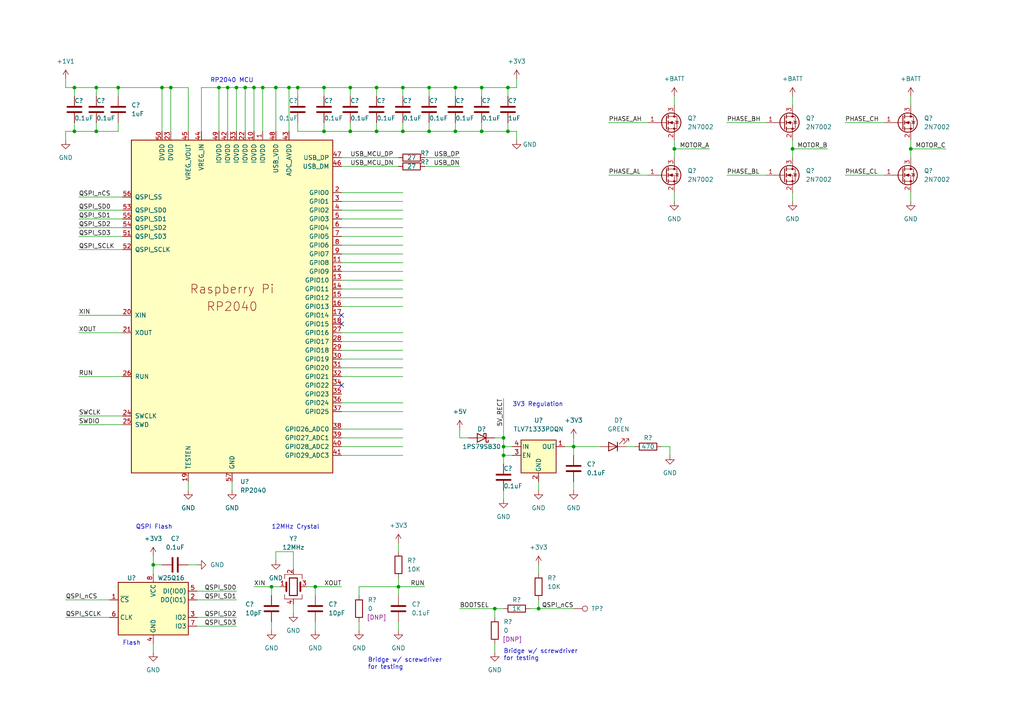
<source format=kicad_sch>
(kicad_sch (version 20211123) (generator eeschema)
  (paper "A4")
  (lib_symbols
    (symbol "Connector:TestPoint" (pin_numbers hide) (pin_names (offset 0.762) hide)
      (property "Reference" "TP" (at 0 6.858 0))
      (property "Value" "TestPoint" (at 0 5.08 0))
      (symbol "TestPoint_0_1"
        (circle (center 0 3.302) (radius 0.762))
      )
      (symbol "TestPoint_1_1"
        (pin passive line (at 0 0 90) (length 2.54) (name "1") (number "1"))
      )
    )
    (symbol "Device:C" (pin_numbers hide) (pin_names (offset 0.254))
      (property "Reference" "C" (at 0.635 2.54 0))
      (property "Value" "C" (at 0.635 -2.54 0))
      (symbol "C_0_1"
        (polyline (pts (xy -2.032 -0.762) (xy 2.032 -0.762)) (stroke (width 0.508)))
        (polyline (pts (xy -2.032 0.762) (xy 2.032 0.762)) (stroke (width 0.508)))
      )
      (symbol "C_1_1"
        (pin passive line (at 0 3.81 270) (length 2.794) (name "~") (number "1"))
        (pin passive line (at 0 -3.81 90) (length 2.794) (name "~") (number "2"))
      )
    )
    (symbol "Device:Crystal_GND24" (pin_names (offset 1.016) hide)
      (property "Reference" "Y" (at 3.175 5.08 0))
      (property "Value" "Crystal_GND24" (at 3.175 3.175 0))
      (symbol "Crystal_GND24_0_1"
        (rectangle (start -1.143 2.54) (end 1.143 -2.54) (stroke (width 0.3048)))
        (polyline (pts (xy -2.54 0) (xy -2.032 0)))
        (polyline (pts (xy -2.032 -1.27) (xy -2.032 1.27)) (stroke (width 0.508)))
        (polyline (pts (xy 0 -3.81) (xy 0 -3.556)))
        (polyline (pts (xy 0 3.556) (xy 0 3.81)))
        (polyline (pts (xy 2.032 -1.27) (xy 2.032 1.27)) (stroke (width 0.508)))
        (polyline (pts (xy 2.032 0) (xy 2.54 0)))
        (polyline (pts (xy -2.54 -2.286) (xy -2.54 -3.556) (xy 2.54 -3.556) (xy 2.54 -2.286)))
        (polyline (pts (xy -2.54 2.286) (xy -2.54 3.556) (xy 2.54 3.556) (xy 2.54 2.286)))
      )
      (symbol "Crystal_GND24_1_1"
        (pin passive line (at -3.81 0 0) (length 1.27) (name "1") (number "1"))
        (pin passive line (at 0 5.08 270) (length 1.27) (name "2") (number "2"))
        (pin passive line (at 3.81 0 180) (length 1.27) (name "3") (number "3"))
        (pin passive line (at 0 -5.08 90) (length 1.27) (name "4") (number "4"))
      )
    )
    (symbol "Device:D_Schottky" (pin_numbers hide) (pin_names (offset 1.016) hide)
      (property "Reference" "D" (at 0 2.54 0))
      (property "Value" "D_Schottky" (at 0 -2.54 0))
      (symbol "D_Schottky_0_1"
        (polyline (pts (xy 1.27 0) (xy -1.27 0)))
        (polyline (pts (xy 1.27 1.27) (xy 1.27 -1.27) (xy -1.27 0) (xy 1.27 1.27)) (stroke (width 0.254)))
        (polyline (pts (xy -1.905 0.635) (xy -1.905 1.27) (xy -1.27 1.27) (xy -1.27 -1.27) (xy -0.635 -1.27) (xy -0.635 -0.635)) (stroke (width 0.254)))
      )
      (symbol "D_Schottky_1_1"
        (pin passive line (at -3.81 0 0) (length 2.54) (name "K") (number "1"))
        (pin passive line (at 3.81 0 180) (length 2.54) (name "A") (number "2"))
      )
    )
    (symbol "Device:LED" (pin_numbers hide) (pin_names (offset 1.016) hide)
      (property "Reference" "D" (at 0 2.54 0))
      (property "Value" "LED" (at 0 -2.54 0))
      (symbol "LED_0_1"
        (polyline (pts (xy -1.27 -1.27) (xy -1.27 1.27)) (stroke (width 0.254)))
        (polyline (pts (xy -1.27 0) (xy 1.27 0)))
        (polyline (pts (xy 1.27 -1.27) (xy 1.27 1.27) (xy -1.27 0) (xy 1.27 -1.27)) (stroke (width 0.254)))
        (polyline (pts (xy -3.048 -0.762) (xy -4.572 -2.286) (xy -3.81 -2.286) (xy -4.572 -2.286) (xy -4.572 -1.524)))
        (polyline (pts (xy -1.778 -0.762) (xy -3.302 -2.286) (xy -2.54 -2.286) (xy -3.302 -2.286) (xy -3.302 -1.524)))
      )
      (symbol "LED_1_1"
        (pin passive line (at -3.81 0 0) (length 2.54) (name "K") (number "1"))
        (pin passive line (at 3.81 0 180) (length 2.54) (name "A") (number "2"))
      )
    )
    (symbol "Device:R" (pin_numbers hide) (pin_names (offset 0))
      (property "Reference" "R" (at 2.032 0 90))
      (property "Value" "R" (at 0 0 90))
      (symbol "R_0_1"
        (rectangle (start -1.016 -2.54) (end 1.016 2.54) (stroke (width 0.254)))
      )
      (symbol "R_1_1"
        (pin passive line (at 0 3.81 270) (length 1.27) (name "~") (number "1"))
        (pin passive line (at 0 -3.81 90) (length 1.27) (name "~") (number "2"))
      )
    )
    (symbol "MCU_RaspberryPi_RP2040:RP2040" (pin_names (offset 1.016))
      (property "Reference" "U" (at -29.21 49.53 0))
      (property "Value" "RP2040" (at 24.13 -49.53 0))
      (symbol "RP2040_0_0"
        (text "Raspberry Pi" (at 0 5.08 0) (effects (font (size 2.54 2.54))))
        (text "RP2040" (at 0 0 0) (effects (font (size 2.54 2.54))))
      )
      (symbol "RP2040_0_1"
        (rectangle (start 29.21 48.26) (end -29.21 -48.26) (stroke (width 0.254)) (fill (type background)))
      )
      (symbol "RP2040_1_1"
        (pin power_in line (at 8.89 50.8 270) (length 2.54) (name "IOVDD") (number "1"))
        (pin power_in line (at 6.35 50.8 270) (length 2.54) (name "IOVDD") (number "10"))
        (pin bidirectional line (at 31.75 12.7 180) (length 2.54) (name "GPIO8") (number "11"))
        (pin bidirectional line (at 31.75 10.16 180) (length 2.54) (name "GPIO9") (number "12"))
        (pin bidirectional line (at 31.75 7.62 180) (length 2.54) (name "GPIO10") (number "13"))
        (pin bidirectional line (at 31.75 5.08 180) (length 2.54) (name "GPIO11") (number "14"))
        (pin bidirectional line (at 31.75 2.54 180) (length 2.54) (name "GPIO12") (number "15"))
        (pin bidirectional line (at 31.75 0 180) (length 2.54) (name "GPIO13") (number "16"))
        (pin bidirectional line (at 31.75 -2.54 180) (length 2.54) (name "GPIO14") (number "17"))
        (pin bidirectional line (at 31.75 -5.08 180) (length 2.54) (name "GPIO15") (number "18"))
        (pin passive line (at -12.7 -50.8 90) (length 2.54) (name "TESTEN") (number "19"))
        (pin bidirectional line (at 31.75 33.02 180) (length 2.54) (name "GPIO0") (number "2"))
        (pin input line (at -31.75 -2.54 0) (length 2.54) (name "XIN") (number "20"))
        (pin passive line (at -31.75 -7.62 0) (length 2.54) (name "XOUT") (number "21"))
        (pin power_in line (at 3.81 50.8 270) (length 2.54) (name "IOVDD") (number "22"))
        (pin power_in line (at -17.78 50.8 270) (length 2.54) (name "DVDD") (number "23"))
        (pin output line (at -31.75 -31.75 0) (length 2.54) (name "SWCLK") (number "24"))
        (pin bidirectional line (at -31.75 -34.29 0) (length 2.54) (name "SWD") (number "25"))
        (pin input line (at -31.75 -20.32 0) (length 2.54) (name "RUN") (number "26"))
        (pin bidirectional line (at 31.75 -7.62 180) (length 2.54) (name "GPIO16") (number "27"))
        (pin bidirectional line (at 31.75 -10.16 180) (length 2.54) (name "GPIO17") (number "28"))
        (pin bidirectional line (at 31.75 -12.7 180) (length 2.54) (name "GPIO18") (number "29"))
        (pin bidirectional line (at 31.75 30.48 180) (length 2.54) (name "GPIO1") (number "3"))
        (pin bidirectional line (at 31.75 -15.24 180) (length 2.54) (name "GPIO19") (number "30"))
        (pin bidirectional line (at 31.75 -17.78 180) (length 2.54) (name "GPIO20") (number "31"))
        (pin bidirectional line (at 31.75 -20.32 180) (length 2.54) (name "GPIO21") (number "32"))
        (pin power_in line (at 1.27 50.8 270) (length 2.54) (name "IOVDD") (number "33"))
        (pin bidirectional line (at 31.75 -22.86 180) (length 2.54) (name "GPIO22") (number "34"))
        (pin bidirectional line (at 31.75 -25.4 180) (length 2.54) (name "GPIO23") (number "35"))
        (pin bidirectional line (at 31.75 -27.94 180) (length 2.54) (name "GPIO24") (number "36"))
        (pin bidirectional line (at 31.75 -30.48 180) (length 2.54) (name "GPIO25") (number "37"))
        (pin bidirectional line (at 31.75 -35.56 180) (length 2.54) (name "GPIO26_ADC0") (number "38"))
        (pin bidirectional line (at 31.75 -38.1 180) (length 2.54) (name "GPIO27_ADC1") (number "39"))
        (pin bidirectional line (at 31.75 27.94 180) (length 2.54) (name "GPIO2") (number "4"))
        (pin bidirectional line (at 31.75 -40.64 180) (length 2.54) (name "GPIO28_ADC2") (number "40"))
        (pin bidirectional line (at 31.75 -43.18 180) (length 2.54) (name "GPIO29_ADC3") (number "41"))
        (pin power_in line (at -1.27 50.8 270) (length 2.54) (name "IOVDD") (number "42"))
        (pin power_in line (at 16.51 50.8 270) (length 2.54) (name "ADC_AVDD") (number "43"))
        (pin power_in line (at -8.89 50.8 270) (length 2.54) (name "VREG_IN") (number "44"))
        (pin power_out line (at -12.7 50.8 270) (length 2.54) (name "VREG_VOUT") (number "45"))
        (pin bidirectional line (at 31.75 40.64 180) (length 2.54) (name "USB_DM") (number "46"))
        (pin bidirectional line (at 31.75 43.18 180) (length 2.54) (name "USB_DP") (number "47"))
        (pin power_in line (at 12.7 50.8 270) (length 2.54) (name "USB_VDD") (number "48"))
        (pin power_in line (at -3.81 50.8 270) (length 2.54) (name "IOVDD") (number "49"))
        (pin bidirectional line (at 31.75 25.4 180) (length 2.54) (name "GPIO3") (number "5"))
        (pin power_in line (at -20.32 50.8 270) (length 2.54) (name "DVDD") (number "50"))
        (pin bidirectional line (at -31.75 20.32 0) (length 2.54) (name "QSPI_SD3") (number "51"))
        (pin output line (at -31.75 16.51 0) (length 2.54) (name "QSPI_SCLK") (number "52"))
        (pin bidirectional line (at -31.75 27.94 0) (length 2.54) (name "QSPI_SD0") (number "53"))
        (pin bidirectional line (at -31.75 22.86 0) (length 2.54) (name "QSPI_SD2") (number "54"))
        (pin bidirectional line (at -31.75 25.4 0) (length 2.54) (name "QSPI_SD1") (number "55"))
        (pin bidirectional line (at -31.75 31.75 0) (length 2.54) (name "QSPI_SS") (number "56"))
        (pin power_in line (at 0 -50.8 90) (length 2.54) (name "GND") (number "57"))
        (pin bidirectional line (at 31.75 22.86 180) (length 2.54) (name "GPIO4") (number "6"))
        (pin bidirectional line (at 31.75 20.32 180) (length 2.54) (name "GPIO5") (number "7"))
        (pin bidirectional line (at 31.75 17.78 180) (length 2.54) (name "GPIO6") (number "8"))
        (pin bidirectional line (at 31.75 15.24 180) (length 2.54) (name "GPIO7") (number "9"))
      )
    )
    (symbol "Memory_Flash:W25Q32JVSS"
      (property "Reference" "U" (at -8.89 8.89 0))
      (property "Value" "W25Q32JVSS" (at 7.62 8.89 0))
      (symbol "W25Q32JVSS_0_1"
        (rectangle (start -10.16 7.62) (end 10.16 -7.62) (stroke (width 0.254)) (fill (type background)))
      )
      (symbol "W25Q32JVSS_1_1"
        (pin input line (at -12.7 2.54 0) (length 2.54) (name "~{CS}") (number "1"))
        (pin bidirectional line (at 12.7 2.54 180) (length 2.54) (name "DO(IO1)") (number "2"))
        (pin bidirectional line (at 12.7 -2.54 180) (length 2.54) (name "IO2") (number "3"))
        (pin power_in line (at 0 -10.16 90) (length 2.54) (name "GND") (number "4"))
        (pin bidirectional line (at 12.7 5.08 180) (length 2.54) (name "DI(IO0)") (number "5"))
        (pin input line (at -12.7 -2.54 0) (length 2.54) (name "CLK") (number "6"))
        (pin bidirectional line (at 12.7 -5.08 180) (length 2.54) (name "IO3") (number "7"))
        (pin power_in line (at 0 10.16 270) (length 2.54) (name "VCC") (number "8"))
      )
    )
    (symbol "TLV71333PDQ:TLV71333PDQN" (pin_names (offset 0.254))
      (property "Reference" "U" (at -3.81 5.715 0))
      (property "Value" "TLV71333PDQN" (at 0 5.715 0))
      (symbol "TLV71333PDQN_0_1"
        (rectangle (start -5.08 4.445) (end 5.08 -5.08) (stroke (width 0.254)) (fill (type background)))
      )
      (symbol "TLV71333PDQN_1_1"
        (pin power_out line (at 7.62 2.54 180) (length 2.54) (name "OUT") (number "1"))
        (pin power_in line (at 0 -7.62 90) (length 2.54) (name "GND") (number "2"))
        (pin input line (at -7.62 0 0) (length 2.54) (name "EN") (number "3"))
        (pin power_in line (at -7.62 2.54 0) (length 2.54) (name "IN") (number "4"))
        (pin power_in line (at 0 -7.62 90) (length 2.54) hide (name "GND") (number "5"))
      )
    )
    (symbol "Transistor_FET:2N7002" (pin_names hide)
      (property "Reference" "Q" (at 5.08 1.905 0))
      (property "Value" "2N7002" (at 5.08 0 0))
      (symbol "2N7002_0_1"
        (polyline (pts (xy 0.254 0) (xy -2.54 0)))
        (polyline (pts (xy 0.254 1.905) (xy 0.254 -1.905)) (stroke (width 0.254)))
        (polyline (pts (xy 0.762 -1.27) (xy 0.762 -2.286)) (stroke (width 0.254)))
        (polyline (pts (xy 0.762 0.508) (xy 0.762 -0.508)) (stroke (width 0.254)))
        (polyline (pts (xy 0.762 2.286) (xy 0.762 1.27)) (stroke (width 0.254)))
        (polyline (pts (xy 2.54 2.54) (xy 2.54 1.778)))
        (polyline (pts (xy 2.54 -2.54) (xy 2.54 0) (xy 0.762 0)))
        (polyline (pts (xy 0.762 -1.778) (xy 3.302 -1.778) (xy 3.302 1.778) (xy 0.762 1.778)))
        (polyline (pts (xy 1.016 0) (xy 2.032 0.381) (xy 2.032 -0.381) (xy 1.016 0)) (fill (type outline)))
        (polyline (pts (xy 2.794 0.508) (xy 2.921 0.381) (xy 3.683 0.381) (xy 3.81 0.254)))
        (polyline (pts (xy 3.302 0.381) (xy 2.921 -0.254) (xy 3.683 -0.254) (xy 3.302 0.381)))
        (circle (center 1.651 0) (radius 2.794) (stroke (width 0.254)))
        (circle (center 2.54 -1.778) (radius 0.254) (fill (type outline)))
        (circle (center 2.54 1.778) (radius 0.254) (fill (type outline)))
      )
      (symbol "2N7002_1_1"
        (pin input line (at -5.08 0 0) (length 2.54) (name "G") (number "1"))
        (pin passive line (at 2.54 -5.08 90) (length 2.54) (name "S") (number "2"))
        (pin passive line (at 2.54 5.08 270) (length 2.54) (name "D") (number "3"))
      )
    )
    (symbol "power:+1V1" (power) (pin_names (offset 0))
      (property "Value" "+1V1" (at 0 3.556 0))
      (symbol "+1V1_0_1"
        (polyline (pts (xy -0.762 1.27) (xy 0 2.54)))
        (polyline (pts (xy 0 0) (xy 0 2.54)))
        (polyline (pts (xy 0 2.54) (xy 0.762 1.27)))
      )
      (symbol "+1V1_1_1"
        (pin power_in line (at 0 0 90) (length 0) hide (name "+1V1") (number "1"))
      )
    )
    (symbol "power:+3V3" (power) (pin_names (offset 0))
      (property "Value" "+3V3" (at 0 3.556 0))
      (symbol "+3V3_0_1"
        (polyline (pts (xy -0.762 1.27) (xy 0 2.54)))
        (polyline (pts (xy 0 0) (xy 0 2.54)))
        (polyline (pts (xy 0 2.54) (xy 0.762 1.27)))
      )
      (symbol "+3V3_1_1"
        (pin power_in line (at 0 0 90) (length 0) hide (name "+3V3") (number "1"))
      )
    )
    (symbol "power:+5V" (power) (pin_names (offset 0))
      (property "Value" "+5V" (at 0 3.556 0))
      (symbol "+5V_0_1"
        (polyline (pts (xy -0.762 1.27) (xy 0 2.54)))
        (polyline (pts (xy 0 0) (xy 0 2.54)))
        (polyline (pts (xy 0 2.54) (xy 0.762 1.27)))
      )
      (symbol "+5V_1_1"
        (pin power_in line (at 0 0 90) (length 0) hide (name "+5V") (number "1"))
      )
    )
    (symbol "power:+BATT" (power) (pin_names (offset 0))
      (property "Value" "+BATT" (at 0 3.556 0))
      (symbol "+BATT_0_1"
        (polyline (pts (xy -0.762 1.27) (xy 0 2.54)))
        (polyline (pts (xy 0 0) (xy 0 2.54)))
        (polyline (pts (xy 0 2.54) (xy 0.762 1.27)))
      )
      (symbol "+BATT_1_1"
        (pin power_in line (at 0 0 90) (length 0) hide (name "+BATT") (number "1"))
      )
    )
    (symbol "power:GND" (power) (pin_names (offset 0))
      (property "Value" "GND" (at 0 -3.81 0))
      (symbol "GND_0_1"
        (polyline (pts (xy 0 0) (xy 0 -1.27) (xy 1.27 -1.27) (xy 0 -2.54) (xy -1.27 -1.27) (xy 0 -1.27)))
      )
      (symbol "GND_1_1"
        (pin power_in line (at 0 0 270) (length 0) hide (name "GND") (number "1"))
      )
    )
  )
  (junction (at 21.59 38.1))
  (junction (at 109.22 25.4) (diameter 0.9144))
  (junction (at 116.84 38.1))
  (junction (at 166.37 129.54))
  (junction (at 143.51 176.53))
  (junction (at 49.53 25.4) (diameter 0.9144))
  (junction (at 68.58 25.4) (diameter 0.9144))
  (junction (at 93.98 25.4) (diameter 0.9144))
  (junction (at 195.58 43.18))
  (junction (at 264.16 43.18))
  (junction (at 27.94 38.1))
  (junction (at 44.45 163.83) (diameter 0.9144))
  (junction (at 124.46 25.4))
  (junction (at 101.6 25.4) (diameter 0.9144))
  (junction (at 146.05 129.54))
  (junction (at 27.94 25.4))
  (junction (at 132.08 38.1))
  (junction (at 147.32 38.1))
  (junction (at 80.01 25.4) (diameter 0.9144))
  (junction (at 86.36 25.4) (diameter 0.9144))
  (junction (at 76.2 25.4) (diameter 0.9144))
  (junction (at 146.05 132.08))
  (junction (at 73.66 25.4) (diameter 0.9144))
  (junction (at 91.44 170.18) (diameter 0.9144))
  (junction (at 66.04 25.4) (diameter 0.9144))
  (junction (at 146.05 127))
  (junction (at 116.84 25.4))
  (junction (at 71.12 25.4) (diameter 0.9144))
  (junction (at 139.7 38.1))
  (junction (at 78.74 170.18))
  (junction (at 63.5 25.4) (diameter 0.9144))
  (junction (at 115.57 170.18))
  (junction (at 93.98 38.1) (diameter 0.9144))
  (junction (at 139.7 25.4))
  (junction (at 147.32 25.4))
  (junction (at 124.46 38.1))
  (junction (at 109.22 38.1) (diameter 0.9144))
  (junction (at 21.59 25.4))
  (junction (at 132.08 25.4))
  (junction (at 83.82 25.4) (diameter 0.9144))
  (junction (at 101.6 38.1) (diameter 0.9144))
  (junction (at 46.99 25.4) (diameter 0.9144))
  (junction (at 229.87 43.18))
  (junction (at 156.21 176.53))
  (junction (at 34.29 25.4))
  (no_connect (at 99.06 91.44))
  (no_connect (at 99.06 93.98))
  (no_connect (at 99.06 111.76))
  (wire (pts (xy 86.36 25.4) (xy 93.98 25.4)))
  (wire (pts (xy 115.57 167.64) (xy 115.57 170.18)))
  (wire (pts (xy 27.94 25.4) (xy 27.94 27.94)))
  (wire (pts (xy 149.86 38.1) (xy 149.86 40.64)))
  (wire (pts (xy 67.31 139.7) (xy 67.31 142.24)))
  (wire (pts (xy 99.06 48.26) (xy 115.57 48.26)))
  (wire (pts (xy 139.7 25.4) (xy 139.7 27.94)))
  (wire (pts (xy 57.15 171.45) (xy 68.58 171.45)))
  (wire (pts (xy 133.35 176.53) (xy 143.51 176.53)))
  (wire (pts (xy 124.46 35.56) (xy 124.46 38.1)))
  (wire (pts (xy 147.32 35.56) (xy 147.32 38.1)))
  (wire (pts (xy 99.06 127) (xy 116.84 127)))
  (wire (pts (xy 44.45 163.83) (xy 46.99 163.83)))
  (wire (pts (xy 101.6 25.4) (xy 109.22 25.4)))
  (wire (pts (xy 34.29 27.94) (xy 34.29 25.4)))
  (wire (pts (xy 101.6 38.1) (xy 93.98 38.1)))
  (wire (pts (xy 71.12 25.4) (xy 73.66 25.4)))
  (wire (pts (xy 21.59 38.1) (xy 27.94 38.1)))
  (wire (pts (xy 99.06 71.12) (xy 116.84 71.12)))
  (wire (pts (xy 22.86 63.5) (xy 35.56 63.5)))
  (wire (pts (xy 116.84 35.56) (xy 116.84 38.1)))
  (wire (pts (xy 44.45 161.29) (xy 44.45 163.83)))
  (wire (pts (xy 68.58 25.4) (xy 71.12 25.4)))
  (wire (pts (xy 116.84 25.4) (xy 124.46 25.4)))
  (wire (pts (xy 22.86 91.44) (xy 35.56 91.44)))
  (wire (pts (xy 123.19 45.72) (xy 133.35 45.72)))
  (wire (pts (xy 264.16 27.94) (xy 264.16 30.48)))
  (wire (pts (xy 27.94 35.56) (xy 27.94 38.1)))
  (wire (pts (xy 210.82 35.56) (xy 222.25 35.56)))
  (wire (pts (xy 149.86 22.86) (xy 149.86 25.4)))
  (wire (pts (xy 58.42 25.4) (xy 63.5 25.4)))
  (wire (pts (xy 91.44 170.18) (xy 88.9 170.18)))
  (wire (pts (xy 176.53 35.56) (xy 187.96 35.56)))
  (wire (pts (xy 99.06 124.46) (xy 116.84 124.46)))
  (wire (pts (xy 146.05 176.53) (xy 143.51 176.53)))
  (wire (pts (xy 146.05 142.24) (xy 146.05 144.78)))
  (wire (pts (xy 99.06 66.04) (xy 116.84 66.04)))
  (wire (pts (xy 229.87 40.64) (xy 229.87 43.18)))
  (wire (pts (xy 104.14 180.34) (xy 104.14 182.88)))
  (wire (pts (xy 27.94 25.4) (xy 34.29 25.4)))
  (wire (pts (xy 86.36 38.1) (xy 86.36 35.56)))
  (wire (pts (xy 264.16 40.64) (xy 264.16 43.18)))
  (wire (pts (xy 63.5 25.4) (xy 66.04 25.4)))
  (wire (pts (xy 44.45 186.69) (xy 44.45 189.23)))
  (wire (pts (xy 54.61 139.7) (xy 54.61 142.24)))
  (wire (pts (xy 156.21 173.99) (xy 156.21 176.53)))
  (wire (pts (xy 133.35 127) (xy 135.89 127)))
  (wire (pts (xy 101.6 35.56) (xy 101.6 38.1)))
  (wire (pts (xy 245.11 50.8) (xy 256.54 50.8)))
  (wire (pts (xy 71.12 38.1) (xy 71.12 25.4)))
  (wire (pts (xy 91.44 172.72) (xy 91.44 170.18)))
  (wire (pts (xy 99.06 106.68) (xy 116.84 106.68)))
  (wire (pts (xy 153.67 176.53) (xy 156.21 176.53)))
  (wire (pts (xy 22.86 109.22) (xy 35.56 109.22)))
  (wire (pts (xy 99.06 78.74) (xy 116.84 78.74)))
  (wire (pts (xy 19.05 38.1) (xy 21.59 38.1)))
  (wire (pts (xy 44.45 166.37) (xy 44.45 163.83)))
  (wire (pts (xy 124.46 25.4) (xy 132.08 25.4)))
  (wire (pts (xy 166.37 129.54) (xy 166.37 132.08)))
  (wire (pts (xy 57.15 179.07) (xy 68.58 179.07)))
  (wire (pts (xy 146.05 115.57) (xy 146.05 127)))
  (wire (pts (xy 99.06 68.58) (xy 116.84 68.58)))
  (wire (pts (xy 99.06 58.42) (xy 116.84 58.42)))
  (wire (pts (xy 54.61 25.4) (xy 49.53 25.4)))
  (wire (pts (xy 99.06 83.82) (xy 116.84 83.82)))
  (wire (pts (xy 116.84 38.1) (xy 124.46 38.1)))
  (wire (pts (xy 115.57 180.34) (xy 115.57 182.88)))
  (wire (pts (xy 147.32 38.1) (xy 149.86 38.1)))
  (wire (pts (xy 195.58 27.94) (xy 195.58 30.48)))
  (wire (pts (xy 22.86 96.52) (xy 35.56 96.52)))
  (wire (pts (xy 86.36 27.94) (xy 86.36 25.4)))
  (wire (pts (xy 68.58 38.1) (xy 68.58 25.4)))
  (wire (pts (xy 22.86 72.39) (xy 35.56 72.39)))
  (wire (pts (xy 73.66 25.4) (xy 73.66 38.1)))
  (wire (pts (xy 78.74 172.72) (xy 78.74 170.18)))
  (wire (pts (xy 104.14 170.18) (xy 104.14 172.72)))
  (wire (pts (xy 78.74 180.34) (xy 78.74 182.88)))
  (wire (pts (xy 195.58 43.18) (xy 195.58 45.72)))
  (wire (pts (xy 21.59 25.4) (xy 21.59 27.94)))
  (wire (pts (xy 194.31 129.54) (xy 191.77 129.54)))
  (wire (pts (xy 93.98 25.4) (xy 93.98 27.94)))
  (wire (pts (xy 54.61 163.83) (xy 57.15 163.83)))
  (wire (pts (xy 132.08 25.4) (xy 139.7 25.4)))
  (wire (pts (xy 133.35 124.46) (xy 133.35 127)))
  (wire (pts (xy 80.01 160.02) (xy 85.09 160.02)))
  (wire (pts (xy 163.83 129.54) (xy 166.37 129.54)))
  (wire (pts (xy 229.87 27.94) (xy 229.87 30.48)))
  (wire (pts (xy 139.7 25.4) (xy 147.32 25.4)))
  (wire (pts (xy 99.06 99.06) (xy 116.84 99.06)))
  (wire (pts (xy 166.37 139.7) (xy 166.37 142.24)))
  (wire (pts (xy 195.58 43.18) (xy 205.74 43.18)))
  (wire (pts (xy 34.29 38.1) (xy 34.29 35.56)))
  (wire (pts (xy 195.58 55.88) (xy 195.58 58.42)))
  (wire (pts (xy 22.86 123.19) (xy 35.56 123.19)))
  (wire (pts (xy 80.01 162.56) (xy 80.01 160.02)))
  (wire (pts (xy 147.32 25.4) (xy 149.86 25.4)))
  (wire (pts (xy 27.94 38.1) (xy 34.29 38.1)))
  (wire (pts (xy 116.84 25.4) (xy 116.84 27.94)))
  (wire (pts (xy 93.98 25.4) (xy 101.6 25.4)))
  (wire (pts (xy 99.06 101.6) (xy 116.84 101.6)))
  (wire (pts (xy 181.61 129.54) (xy 184.15 129.54)))
  (wire (pts (xy 78.74 170.18) (xy 81.28 170.18)))
  (wire (pts (xy 99.06 129.54) (xy 116.84 129.54)))
  (wire (pts (xy 91.44 180.34) (xy 91.44 182.88)))
  (wire (pts (xy 99.06 109.22) (xy 116.84 109.22)))
  (wire (pts (xy 63.5 38.1) (xy 63.5 25.4)))
  (wire (pts (xy 46.99 25.4) (xy 46.99 38.1)))
  (wire (pts (xy 139.7 35.56) (xy 139.7 38.1)))
  (wire (pts (xy 22.86 60.96) (xy 35.56 60.96)))
  (wire (pts (xy 104.14 170.18) (xy 115.57 170.18)))
  (wire (pts (xy 21.59 35.56) (xy 21.59 38.1)))
  (wire (pts (xy 115.57 170.18) (xy 123.19 170.18)))
  (wire (pts (xy 156.21 176.53) (xy 166.37 176.53)))
  (wire (pts (xy 146.05 134.62) (xy 146.05 132.08)))
  (wire (pts (xy 99.06 132.08) (xy 116.84 132.08)))
  (wire (pts (xy 93.98 38.1) (xy 86.36 38.1)))
  (wire (pts (xy 99.06 81.28) (xy 116.84 81.28)))
  (wire (pts (xy 58.42 38.1) (xy 58.42 25.4)))
  (wire (pts (xy 99.06 73.66) (xy 116.84 73.66)))
  (wire (pts (xy 229.87 43.18) (xy 240.03 43.18)))
  (wire (pts (xy 146.05 127) (xy 146.05 129.54)))
  (wire (pts (xy 99.06 63.5) (xy 116.84 63.5)))
  (wire (pts (xy 19.05 40.64) (xy 19.05 38.1)))
  (wire (pts (xy 99.06 55.88) (xy 116.84 55.88)))
  (wire (pts (xy 22.86 120.65) (xy 35.56 120.65)))
  (wire (pts (xy 99.06 119.38) (xy 116.84 119.38)))
  (wire (pts (xy 68.58 25.4) (xy 66.04 25.4)))
  (wire (pts (xy 229.87 55.88) (xy 229.87 58.42)))
  (wire (pts (xy 83.82 25.4) (xy 86.36 25.4)))
  (wire (pts (xy 143.51 127) (xy 146.05 127)))
  (wire (pts (xy 101.6 38.1) (xy 109.22 38.1)))
  (wire (pts (xy 21.59 25.4) (xy 27.94 25.4)))
  (wire (pts (xy 19.05 173.99) (xy 31.75 173.99)))
  (wire (pts (xy 115.57 157.48) (xy 115.57 160.02)))
  (wire (pts (xy 146.05 132.08) (xy 148.59 132.08)))
  (wire (pts (xy 194.31 132.08) (xy 194.31 129.54)))
  (wire (pts (xy 146.05 129.54) (xy 146.05 132.08)))
  (wire (pts (xy 109.22 25.4) (xy 109.22 27.94)))
  (wire (pts (xy 93.98 35.56) (xy 93.98 38.1)))
  (wire (pts (xy 109.22 25.4) (xy 116.84 25.4)))
  (wire (pts (xy 19.05 25.4) (xy 19.05 22.86)))
  (wire (pts (xy 54.61 38.1) (xy 54.61 25.4)))
  (wire (pts (xy 143.51 176.53) (xy 143.51 179.07)))
  (wire (pts (xy 139.7 38.1) (xy 132.08 38.1)))
  (wire (pts (xy 195.58 40.64) (xy 195.58 43.18)))
  (wire (pts (xy 166.37 127) (xy 166.37 129.54)))
  (wire (pts (xy 124.46 25.4) (xy 124.46 27.94)))
  (wire (pts (xy 156.21 163.83) (xy 156.21 166.37)))
  (wire (pts (xy 34.29 25.4) (xy 46.99 25.4)))
  (wire (pts (xy 264.16 43.18) (xy 274.32 43.18)))
  (wire (pts (xy 57.15 173.99) (xy 68.58 173.99)))
  (wire (pts (xy 99.06 96.52) (xy 116.84 96.52)))
  (wire (pts (xy 99.06 45.72) (xy 115.57 45.72)))
  (wire (pts (xy 99.06 88.9) (xy 116.84 88.9)))
  (wire (pts (xy 66.04 25.4) (xy 66.04 38.1)))
  (wire (pts (xy 132.08 35.56) (xy 132.08 38.1)))
  (wire (pts (xy 156.21 139.7) (xy 156.21 142.24)))
  (wire (pts (xy 76.2 38.1) (xy 76.2 25.4)))
  (wire (pts (xy 49.53 38.1) (xy 49.53 25.4)))
  (wire (pts (xy 176.53 50.8) (xy 187.96 50.8)))
  (wire (pts (xy 99.06 86.36) (xy 116.84 86.36)))
  (wire (pts (xy 83.82 38.1) (xy 83.82 25.4)))
  (wire (pts (xy 85.09 175.26) (xy 85.09 177.8)))
  (wire (pts (xy 109.22 35.56) (xy 109.22 38.1)))
  (wire (pts (xy 76.2 25.4) (xy 73.66 25.4)))
  (wire (pts (xy 132.08 38.1) (xy 124.46 38.1)))
  (wire (pts (xy 143.51 186.69) (xy 143.51 189.23)))
  (wire (pts (xy 85.09 160.02) (xy 85.09 165.1)))
  (wire (pts (xy 99.06 104.14) (xy 116.84 104.14)))
  (wire (pts (xy 146.05 129.54) (xy 148.59 129.54)))
  (wire (pts (xy 21.59 25.4) (xy 19.05 25.4)))
  (wire (pts (xy 22.86 68.58) (xy 35.56 68.58)))
  (wire (pts (xy 73.66 170.18) (xy 78.74 170.18)))
  (wire (pts (xy 49.53 25.4) (xy 46.99 25.4)))
  (wire (pts (xy 109.22 38.1) (xy 116.84 38.1)))
  (wire (pts (xy 99.06 60.96) (xy 116.84 60.96)))
  (wire (pts (xy 19.05 179.07) (xy 31.75 179.07)))
  (wire (pts (xy 166.37 129.54) (xy 173.99 129.54)))
  (wire (pts (xy 80.01 25.4) (xy 80.01 38.1)))
  (wire (pts (xy 101.6 25.4) (xy 101.6 27.94)))
  (wire (pts (xy 76.2 25.4) (xy 80.01 25.4)))
  (wire (pts (xy 147.32 38.1) (xy 139.7 38.1)))
  (wire (pts (xy 99.06 76.2) (xy 116.84 76.2)))
  (wire (pts (xy 57.15 181.61) (xy 68.58 181.61)))
  (wire (pts (xy 22.86 57.15) (xy 35.56 57.15)))
  (wire (pts (xy 264.16 55.88) (xy 264.16 58.42)))
  (wire (pts (xy 99.06 116.84) (xy 116.84 116.84)))
  (wire (pts (xy 123.19 48.26) (xy 133.35 48.26)))
  (wire (pts (xy 210.82 50.8) (xy 222.25 50.8)))
  (wire (pts (xy 245.11 35.56) (xy 256.54 35.56)))
  (wire (pts (xy 83.82 25.4) (xy 80.01 25.4)))
  (wire (pts (xy 115.57 170.18) (xy 115.57 172.72)))
  (wire (pts (xy 264.16 43.18) (xy 264.16 45.72)))
  (wire (pts (xy 91.44 170.18) (xy 99.06 170.18)))
  (wire (pts (xy 147.32 25.4) (xy 147.32 27.94)))
  (wire (pts (xy 229.87 43.18) (xy 229.87 45.72)))
  (wire (pts (xy 22.86 66.04) (xy 35.56 66.04)))
  (wire (pts (xy 132.08 25.4) (xy 132.08 27.94)))
  (text "3V3 Regulation" (at 148.59 118.11 0) (effects (font (size 1.27 1.27)) (justify left bottom)))
  (text "12MHz Crystal" (at 78.74 153.67 0) (effects (font (size 1.27 1.27)) (justify left bottom)))
  (text "RP2040 MCU" (at 60.96 24.13 0) (effects (font (size 1.27 1.27)) (justify left bottom)))
  (text "Flash" (at 35.56 187.325 0) (effects (font (size 1.27 1.27)) (justify left bottom)))
  (text "Bridge w/ screwdriver\nfor testing" (at 106.68 194.31 0) (effects (font (size 1.27 1.27)) (justify left bottom)))
  (text "Bridge w/ screwdriver\nfor testing" (at 146.05 191.77 0) (effects (font (size 1.27 1.27)) (justify left bottom)))
  (text "QSPI Flash" (at 39.37 153.67 0) (effects (font (size 1.27 1.27)) (justify left bottom)))
  (label "PHASE_CH" (at 245.11 35.56 0))
  (label "QSPI_SD2" (at 22.86 66.04 0))
  (label "RUN" (at 123.19 170.18 180))
  (label "MOTOR_A" (at 205.74 43.18 180))
  (label "PHASE_CL" (at 245.11 50.8 0))
  (label "PHASE_BL" (at 210.82 50.8 0))
  (label "MOTOR_C" (at 274.32 43.18 180))
  (label "USB_MCU_DN" (at 101.6 48.26 0))
  (label "SWDIO" (at 22.86 123.19 0))
  (label "QSPI_SD1" (at 22.86 63.5 0))
  (label "USB_DN" (at 133.35 48.26 180))
  (label "QSPI_SD1" (at 68.58 173.99 180))
  (label "QSPI_SD0" (at 68.58 171.45 180))
  (label "USB_DP" (at 133.35 45.72 180))
  (label "XOUT" (at 22.86 96.52 0))
  (label "QSPI_SCLK" (at 19.05 179.07 0))
  (label "QSPI_nCS" (at 19.05 173.99 0))
  (label "XIN" (at 73.66 170.18 0))
  (label "RUN" (at 22.86 109.22 0))
  (label "QSPI_nCS" (at 166.37 176.53 180))
  (label "QSPI_SD2" (at 68.58 179.07 180))
  (label "USB_MCU_DP" (at 101.6 45.72 0))
  (label "QSPI_nCS" (at 22.86 57.15 0))
  (label "PHASE_BH" (at 210.82 35.56 0))
  (label "QSPI_SCLK" (at 22.86 72.39 0))
  (label "QSPI_SD0" (at 22.86 60.96 0))
  (label "QSPI_SD3" (at 22.86 68.58 0))
  (label "MOTOR_B" (at 240.03 43.18 180))
  (label "QSPI_SD3" (at 68.58 181.61 180))
  (label "XIN" (at 22.86 91.44 0))
  (label "5V_RECT" (at 146.05 115.57 270))
  (label "PHASE_AH" (at 176.53 35.56 0))
  (label "XOUT" (at 99.06 170.18 180))
  (label "PHASE_AL" (at 176.53 50.8 0))
  (label "BOOTSEL" (at 133.35 176.53 0))
  (label "SWCLK" (at 22.86 120.65 0))
  (symbol (lib_id "power:GND") (at 78.74 182.88 0) (unit 1)
    (property "Reference" "#PWR?" (effects hide))
    (property "Value" "GND" (at 78.74 187.96 0))
  )
  (symbol (lib_id "Transistor_FET:2N7002") (at 193.04 50.8 0) (unit 1)
    (property "Reference" "Q?" (at 199.39 49.5299 0) (effects (justify left)))
    (property "Value" "2N7002" (at 199.39 52.0699 0) (effects (justify left)))
    (property "Footprint" "Package_TO_SOT_SMD:SOT-23" (effects hide))
    (property "Datasheet" "https://www.onsemi.com/pub/Collateral/NDS7002A-D.PDF" (effects hide))
  )
  (symbol (lib_id "power:GND") (at 44.45 189.23 0) (unit 1)
    (property "Reference" "#PWR?" (effects hide))
    (property "Value" "GND" (at 44.45 194.31 0))
  )
  (symbol (lib_id "power:GND") (at 91.44 182.88 0) (unit 1)
    (property "Reference" "#PWR?" (effects hide))
    (property "Value" "GND" (at 91.44 187.96 0))
  )
  (symbol (lib_id "Transistor_FET:2N7002") (at 261.62 50.8 0) (unit 1)
    (property "Reference" "Q?" (at 267.97 49.5299 0) (effects (justify left)))
    (property "Value" "2N7002" (at 267.97 52.0699 0) (effects (justify left)))
    (property "Footprint" "Package_TO_SOT_SMD:SOT-23" (effects hide))
    (property "Datasheet" "https://www.onsemi.com/pub/Collateral/NDS7002A-D.PDF" (effects hide))
  )
  (symbol (lib_id "Device:R") (at 119.38 48.26 90) (unit 1)
    (property "Reference" "R?" (at 123.19 46.99 90))
    (property "Value" "27" (at 119.38 48.26 90))
    (property "Footprint" "Resistor_SMD:R_0201_0603Metric" (effects hide))
  )
  (symbol (lib_id "Device:C") (at 91.44 176.53 0) (unit 1)
    (property "Reference" "C?" (at 95.25 175.2599 0) (effects (justify left)))
    (property "Value" "10pF" (at 95.25 177.7999 0) (effects (justify left)))
    (property "Footprint" "Capacitor_SMD:C_0402_1005Metric" (effects hide))
  )
  (symbol (lib_id "Device:C") (at 27.94 31.75 0) (unit 1)
    (property "Reference" "C?" (at 27.94 29.2099 0) (effects (justify left)))
    (property "Value" "0.1uF" (at 27.94 34.2899 0) (effects (justify left)))
    (property "Footprint" "Capacitor_SMD:C_0201_0603Metric" (effects hide))
  )
  (symbol (lib_id "power:GND") (at 194.31 132.08 0) (unit 1)
    (property "Reference" "#PWR?" (effects hide))
    (property "Value" "~" (at 194.31 137.16 0))
  )
  (symbol (lib_id "power:GND") (at 54.61 142.24 0) (unit 1)
    (property "Reference" "#PWR?" (effects hide))
    (property "Value" "GND" (at 54.61 147.32 0))
  )
  (symbol (lib_id "Device:C") (at 146.05 138.43 0) (unit 1)
    (property "Reference" "C?" (at 146.05 135.89 0) (effects (justify left)))
    (property "Value" "0.1uF" (at 146.05 140.97 0) (effects (justify left)))
    (property "Footprint" "Capacitor_SMD:C_0603_1608Metric" (effects hide))
  )
  (symbol (lib_id "Device:C") (at 109.22 31.75 0) (unit 1)
    (property "Reference" "C?" (at 109.22 29.2099 0) (effects (justify left)))
    (property "Value" "0.1uF" (at 109.22 34.2899 0) (effects (justify left)))
    (property "Footprint" "Capacitor_SMD:C_0201_0603Metric" (effects hide))
  )
  (symbol (lib_id "Memory_Flash:W25Q32JVSS") (at 44.45 176.53 0) (unit 1)
    (property "Reference" "U?" (at 36.83 167.64 0) (effects (justify left)))
    (property "Value" "W25Q16" (at 45.72 167.64 0) (effects (justify left)))
    (property "Footprint" "USON:8-USON" (effects hide))
    (property "Datasheet" "http://www.winbond.com/resource-files/w25q32jv%20revg%2003272018%20plus.pdf" (effects hide))
  )
  (symbol (lib_id "power:GND") (at 85.09 177.8 0) (unit 1)
    (property "Reference" "#PWR?" (effects hide))
    (property "Value" "GND" (at 85.09 182.88 0))
  )
  (symbol (lib_id "Device:R") (at 104.14 176.53 0) (unit 1)
    (property "Reference" "R?" (at 106.68 173.99 0) (effects (justify left)))
    (property "Value" "0" (at 106.68 176.53 0) (effects (justify left)))
    (property "Footprint" "Resistor_SMD:R_0402_1005Metric" (effects hide))
    (property "DNP" "[DNP]" (at 109.22 179.0701 0))
  )
  (symbol (lib_id "Transistor_FET:2N7002") (at 261.62 35.56 0) (unit 1)
    (property "Reference" "Q?" (at 267.97 34.2899 0) (effects (justify left)))
    (property "Value" "2N7002" (at 267.97 36.8299 0) (effects (justify left)))
    (property "Footprint" "Package_TO_SOT_SMD:SOT-23" (effects hide))
    (property "Datasheet" "https://www.onsemi.com/pub/Collateral/NDS7002A-D.PDF" (effects hide))
  )
  (symbol (lib_id "Device:R") (at 149.86 176.53 90) (unit 1)
    (property "Reference" "R?" (at 149.86 173.99 90))
    (property "Value" "1K" (at 149.86 176.53 90))
    (property "Footprint" "Resistor_SMD:R_0201_0603Metric" (effects hide))
  )
  (symbol (lib_id "Transistor_FET:2N7002") (at 227.33 50.8 0) (unit 1)
    (property "Reference" "Q?" (at 233.68 49.5299 0) (effects (justify left)))
    (property "Value" "2N7002" (at 233.68 52.0699 0) (effects (justify left)))
    (property "Footprint" "Package_TO_SOT_SMD:SOT-23" (effects hide))
    (property "Datasheet" "https://www.onsemi.com/pub/Collateral/NDS7002A-D.PDF" (effects hide))
  )
  (symbol (lib_id "Transistor_FET:2N7002") (at 227.33 35.56 0) (unit 1)
    (property "Reference" "Q?" (at 233.68 34.2899 0) (effects (justify left)))
    (property "Value" "2N7002" (at 233.68 36.8299 0) (effects (justify left)))
    (property "Footprint" "Package_TO_SOT_SMD:SOT-23" (effects hide))
    (property "Datasheet" "https://www.onsemi.com/pub/Collateral/NDS7002A-D.PDF" (effects hide))
  )
  (symbol (lib_id "Device:C") (at 21.59 31.75 0) (unit 1)
    (property "Reference" "C?" (at 21.59 29.2099 0) (effects (justify left)))
    (property "Value" "0.1uF" (at 21.59 34.2899 0) (effects (justify left)))
    (property "Footprint" "Capacitor_SMD:C_0201_0603Metric" (effects hide))
  )
  (symbol (lib_id "TLV71333PDQ:TLV71333PDQN") (at 156.21 132.08 0) (unit 1)
    (property "Reference" "U?" (at 156.21 121.92 0))
    (property "Value" "TLV71333PDQN" (at 156.21 124.46 0))
    (property "Footprint" "Package_SON:Texas_X2SON-4_1x1mm_P0.65mm" (effects hide))
    (property "Datasheet" "http://www.ti.com/lit/ds/symlink/tlv713p.pdf" (effects hide))
  )
  (symbol (lib_id "power:+5V") (at 133.35 124.46 0) (unit 1)
    (property "Reference" "#PWR?" (effects hide))
    (property "Value" "+5V" (at 133.35 119.38 0))
  )
  (symbol (lib_id "Device:LED") (at 177.8 129.54 180) (unit 1)
    (property "Reference" "D?" (at 179.3875 121.92 0))
    (property "Value" "GREEN" (at 179.3875 124.46 0))
    (property "Footprint" "LED_SMD:LED_0402_1005Metric" (effects hide))
    (property "Part" "QBLP595-IG" (effects hide))
  )
  (symbol (lib_id "power:GND") (at 80.01 162.56 0) (unit 1)
    (property "Reference" "#PWR?" (effects hide))
    (property "Value" "GND" (at 80.01 167.64 0))
  )
  (symbol (lib_id "Device:C") (at 139.7 31.75 0) (unit 1)
    (property "Reference" "C?" (at 139.7 29.2099 0) (effects (justify left)))
    (property "Value" "0.1uF" (at 139.7 34.2899 0) (effects (justify left)))
    (property "Footprint" "Capacitor_SMD:C_0201_0603Metric" (effects hide))
  )
  (symbol (lib_id "MCU_RaspberryPi_RP2040:RP2040") (at 67.31 88.9 0) (unit 1)
    (property "Reference" "U?" (at 69.6532 139.7 0) (effects (justify left)))
    (property "Value" "RP2040" (at 69.6532 142.24 0) (effects (justify left)))
    (property "Footprint" "RP2040_minimal:RP2040-QFN-56" (effects hide))
  )
  (symbol (lib_id "power:GND") (at 143.51 189.23 0) (unit 1)
    (property "Reference" "#PWR?" (effects hide))
    (property "Value" "GND" (at 143.51 194.31 0))
  )
  (symbol (lib_id "power:+3V3") (at 156.21 163.83 0) (unit 1)
    (property "Reference" "#PWR?" (effects hide))
    (property "Value" "+3V3" (at 156.21 158.75 0))
  )
  (symbol (lib_id "Device:C") (at 78.74 176.53 0) (unit 1)
    (property "Reference" "C?" (at 71.12 175.26 0) (effects (justify left)))
    (property "Value" "10pF" (at 71.12 177.8 0) (effects (justify left)))
    (property "Footprint" "Capacitor_SMD:C_0402_1005Metric" (effects hide))
  )
  (symbol (lib_id "Device:C") (at 101.6 31.75 0) (unit 1)
    (property "Reference" "C?" (at 101.6 29.2099 0) (effects (justify left)))
    (property "Value" "0.1uF" (at 101.6 34.2899 0) (effects (justify left)))
    (property "Footprint" "Capacitor_SMD:C_0201_0603Metric" (effects hide))
  )
  (symbol (lib_id "Connector:TestPoint") (at 166.37 176.53 270) (unit 1) (in_bom no)
    (property "Reference" "TP?" (at 171.45 176.5299 90) (effects (justify left)))
    (property "Value" "TestPoint" (effects hide))
    (property "Footprint" "TestPoint:TestPoint_Pad_1.0x1.0mm" (effects hide))
  )
  (symbol (lib_id "power:GND") (at 146.05 144.78 0) (unit 1)
    (property "Reference" "#PWR?" (effects hide))
    (property "Value" "GND" (at 146.05 149.86 0))
  )
  (symbol (lib_id "Device:R") (at 143.51 182.88 0) (unit 1)
    (property "Reference" "R?" (at 146.05 180.34 0) (effects (justify left)))
    (property "Value" "0" (at 146.05 182.88 0) (effects (justify left)))
    (property "Footprint" "Resistor_SMD:R_0402_1005Metric" (effects hide))
    (property "DNP" "[DNP]" (at 148.59 185.4201 0))
  )
  (symbol (lib_id "power:+BATT") (at 195.58 27.94 0) (unit 1)
    (property "Reference" "#PWR?" (effects hide))
    (property "Value" "+BATT" (at 195.58 22.86 0))
  )
  (symbol (lib_id "Device:C") (at 147.32 31.75 0) (unit 1)
    (property "Reference" "C?" (at 147.32 29.2099 0) (effects (justify left)))
    (property "Value" "1uF" (at 147.32 34.2899 0) (effects (justify left)))
    (property "Footprint" "Capacitor_SMD:C_0201_0603Metric" (effects hide))
  )
  (symbol (lib_id "Device:C") (at 124.46 31.75 0) (unit 1)
    (property "Reference" "C?" (at 124.46 29.2099 0) (effects (justify left)))
    (property "Value" "0.1uF" (at 124.46 34.2899 0) (effects (justify left)))
    (property "Footprint" "Capacitor_SMD:C_0201_0603Metric" (effects hide))
  )
  (symbol (lib_id "power:GND") (at 57.15 163.83 90) (unit 1)
    (property "Reference" "#PWR?" (effects hide))
    (property "Value" "GND" (at 60.96 163.8299 90) (effects (justify right)))
  )
  (symbol (lib_id "power:GND") (at 115.57 182.88 0) (unit 1)
    (property "Reference" "#PWR?" (effects hide))
    (property "Value" "GND" (at 115.57 187.96 0))
  )
  (symbol (lib_id "Transistor_FET:2N7002") (at 193.04 35.56 0) (unit 1)
    (property "Reference" "Q?" (at 199.39 34.2899 0) (effects (justify left)))
    (property "Value" "2N7002" (at 199.39 36.8299 0) (effects (justify left)))
    (property "Footprint" "Package_TO_SOT_SMD:SOT-23" (effects hide))
    (property "Datasheet" "https://www.onsemi.com/pub/Collateral/NDS7002A-D.PDF" (effects hide))
  )
  (symbol (lib_id "power:GND") (at 104.14 182.88 0) (unit 1)
    (property "Reference" "#PWR?" (effects hide))
    (property "Value" "GND" (at 104.14 187.96 0))
  )
  (symbol (lib_id "power:GND") (at 149.86 40.64 0) (unit 1)
    (property "Reference" "#PWR?" (effects hide))
    (property "Value" "GND" (at 153.67 41.91 0))
  )
  (symbol (lib_id "Device:C") (at 50.8 163.83 90) (unit 1)
    (property "Reference" "C?" (at 50.8 156.21 90))
    (property "Value" "0.1uF" (at 50.8 158.75 90))
    (property "Footprint" "Capacitor_SMD:C_0201_0603Metric" (effects hide))
  )
  (symbol (lib_id "power:+3V3") (at 149.86 22.86 0) (unit 1)
    (property "Reference" "#PWR?" (effects hide))
    (property "Value" "+3V3" (at 149.86 17.78 0))
  )
  (symbol (lib_id "power:GND") (at 264.16 58.42 0) (unit 1)
    (property "Reference" "#PWR?" (effects hide))
    (property "Value" "GND" (at 264.16 63.5 0))
  )
  (symbol (lib_id "Device:C") (at 132.08 31.75 0) (unit 1)
    (property "Reference" "C?" (at 132.08 29.2099 0) (effects (justify left)))
    (property "Value" "0.1uF" (at 132.08 34.2899 0) (effects (justify left)))
    (property "Footprint" "Capacitor_SMD:C_0201_0603Metric" (effects hide))
  )
  (symbol (lib_id "Device:R") (at 119.38 45.72 90) (unit 1)
    (property "Reference" "R?" (at 123.19 44.45 90))
    (property "Value" "27" (at 119.38 45.72 90))
    (property "Footprint" "Resistor_SMD:R_0201_0603Metric" (effects hide))
  )
  (symbol (lib_id "power:+3V3") (at 44.45 161.29 0) (unit 1)
    (property "Reference" "#PWR?" (effects hide))
    (property "Value" "+3V3" (at 44.45 156.21 0))
  )
  (symbol (lib_id "power:GND") (at 67.31 142.24 0) (unit 1)
    (property "Reference" "#PWR?" (effects hide))
    (property "Value" "GND" (at 67.31 147.32 0))
  )
  (symbol (lib_id "power:+BATT") (at 264.16 27.94 0) (unit 1)
    (property "Reference" "#PWR?" (effects hide))
    (property "Value" "+BATT" (at 264.16 22.86 0))
  )
  (symbol (lib_id "Device:R") (at 115.57 163.83 0) (unit 1)
    (property "Reference" "R?" (at 118.11 162.5599 0) (effects (justify left)))
    (property "Value" "10K" (at 118.11 165.0999 0) (effects (justify left)))
    (property "Footprint" "Resistor_SMD:R_0201_0603Metric" (effects hide))
  )
  (symbol (lib_id "Device:C") (at 34.29 31.75 0) (unit 1)
    (property "Reference" "C?" (at 38.1 30.4799 0) (effects (justify left)))
    (property "Value" "1uF" (at 38.1 33.0199 0) (effects (justify left)))
    (property "Footprint" "Capacitor_SMD:C_0201_0603Metric" (effects hide))
  )
  (symbol (lib_id "Device:C") (at 115.57 176.53 0) (unit 1)
    (property "Reference" "C?" (at 119.38 175.2599 0) (effects (justify left)))
    (property "Value" "0.1uF" (at 119.38 177.7999 0) (effects (justify left)))
    (property "Footprint" "Capacitor_SMD:C_0201_0603Metric" (effects hide))
  )
  (symbol (lib_id "power:+3V3") (at 166.37 127 0) (unit 1)
    (property "Reference" "#PWR?" (effects hide))
    (property "Value" "+3V3" (at 166.37 121.92 0))
  )
  (symbol (lib_id "Device:C") (at 86.36 31.75 0) (mirror y) (unit 1)
    (property "Reference" "C?" (at 86.36 29.2099 0) (effects (justify left)))
    (property "Value" "0.1uF" (at 86.36 34.2899 0) (effects (justify left)))
    (property "Footprint" "Capacitor_SMD:C_0201_0603Metric" (effects hide))
  )
  (symbol (lib_id "power:+3V3") (at 115.57 157.48 0) (unit 1)
    (property "Reference" "#PWR?" (effects hide))
    (property "Value" "+3V3" (at 115.57 152.4 0))
  )
  (symbol (lib_id "Device:C") (at 166.37 135.89 0) (unit 1)
    (property "Reference" "C?" (at 170.18 134.6199 0) (effects (justify left)))
    (property "Value" "0.1uF" (at 170.18 137.1599 0) (effects (justify left)))
    (property "Footprint" "Capacitor_SMD:C_0603_1608Metric" (effects hide))
  )
  (symbol (lib_id "Device:C") (at 116.84 31.75 0) (unit 1)
    (property "Reference" "C?" (at 116.84 29.2099 0) (effects (justify left)))
    (property "Value" "0.1uF" (at 116.84 34.2899 0) (effects (justify left)))
    (property "Footprint" "Capacitor_SMD:C_0201_0603Metric" (effects hide))
  )
  (symbol (lib_id "power:GND") (at 156.21 142.24 0) (unit 1)
    (property "Reference" "#PWR?" (effects hide))
    (property "Value" "GND" (at 156.21 147.32 0))
  )
  (symbol (lib_id "power:GND") (at 19.05 40.64 0) (unit 1)
    (property "Reference" "#PWR?" (effects hide))
    (property "Value" "GND" (at 19.05 45.72 0))
  )
  (symbol (lib_id "Device:C") (at 93.98 31.75 0) (unit 1)
    (property "Reference" "C?" (at 93.98 29.2099 0) (effects (justify left)))
    (property "Value" "0.1uF" (at 93.98 34.2899 0) (effects (justify left)))
    (property "Footprint" "Capacitor_SMD:C_0201_0603Metric" (effects hide))
  )
  (symbol (lib_id "power:GND") (at 166.37 142.24 0) (unit 1)
    (property "Reference" "#PWR?" (effects hide))
    (property "Value" "GND" (at 166.37 147.32 0))
  )
  (symbol (lib_id "Device:Crystal_GND24") (at 85.09 170.18 0) (unit 1)
    (property "Reference" "Y?" (at 85.09 156.21 0))
    (property "Value" "12MHz" (at 85.09 158.75 0))
    (property "Footprint" "Crystal:Crystal_SMD_2520-4Pin_2.5x2.0mm" (effects hide))
    (property "Part" "R2520-12.000-10-3030-TR" (effects hide))
  )
  (symbol (lib_id "power:GND") (at 229.87 58.42 0) (unit 1)
    (property "Reference" "#PWR?" (effects hide))
    (property "Value" "GND" (at 229.87 63.5 0))
  )
  (symbol (lib_id "Device:D_Schottky") (at 139.7 127 180) (unit 1)
    (property "Reference" "D?" (at 139.7 124.46 0))
    (property "Value" "1PS79SB30" (at 139.7 129.54 0))
    (property "Footprint" "Diode_SMD:D_SOD-523" (effects hide))
  )
  (symbol (lib_id "Device:R") (at 187.96 129.54 90) (unit 1)
    (property "Reference" "R?" (at 187.96 127 90))
    (property "Value" "470" (at 187.96 129.54 90))
    (property "Footprint" "Resistor_SMD:R_0402_1005Metric" (effects hide))
  )
  (symbol (lib_id "power:+1V1") (at 19.05 22.86 0) (unit 1)
    (property "Reference" "#PWR?" (effects hide))
    (property "Value" "+1V1" (at 19.05 17.78 0))
  )
  (symbol (lib_id "power:GND") (at 195.58 58.42 0) (unit 1)
    (property "Reference" "#PWR?" (effects hide))
    (property "Value" "GND" (at 195.58 63.5 0))
  )
  (symbol (lib_id "Device:R") (at 156.21 170.18 0) (unit 1)
    (property "Reference" "R?" (at 158.75 167.64 0) (effects (justify left)))
    (property "Value" "10K" (at 158.75 170.18 0) (effects (justify left)))
    (property "Footprint" "Resistor_SMD:R_0402_1005Metric" (effects hide))
  )
  (symbol (lib_id "power:+BATT") (at 229.87 27.94 0) (unit 1)
    (property "Reference" "#PWR?" (effects hide))
    (property "Value" "+BATT" (at 229.87 22.86 0))
  )
)
</source>
